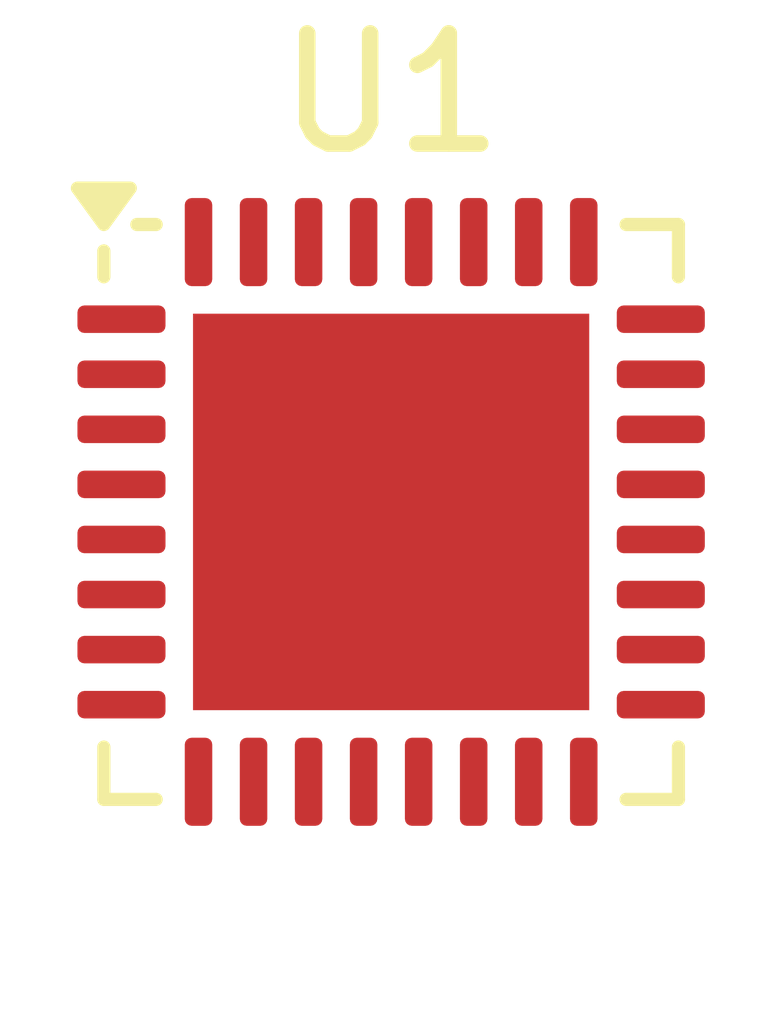
<source format=kicad_pcb>
(kicad_pcb (version 20241229) (generator "pcbnew") (generator_version "9.0")
  (layers (0 "F.Cu" signal) (2 "B.Cu" signal) (13 "F.Paste" user) (15 "B.Paste" user) (5 "F.SilkS" user "F.Silkscreen") (7 "B.SilkS" user "B.Silkscreen") (1 "F.Mask" user) (3 "B.Mask" user) (25 "Edge.Cuts" user))
  (net 0 "")
  (footprint "Package_DFN_QFN:QFN-32-1EP_5x5mm_P0.5mm_EP3.6x3.6mm" (layer "F.Cu") (at 155.05 78.75)
    (property "Reference" "U1" (at 0 -3.8 0) (layer "F.SilkS"))
    (property "Value" "nPM1300")
    (fp_line (start -2.61 -2.135) (end -2.61 -2.37) (stroke (width 0.12)) (layer "F.SilkS"))
    (fp_line (start -2.61 2.61) (end -2.61 2.135) (stroke (width 0.12)) (layer "F.SilkS"))
    (fp_line (start -2.135 -2.61) (end -2.31 -2.61) (stroke (width 0.12)) (layer "F.SilkS"))
    (fp_line (start -2.135 2.61) (end -2.61 2.61) (stroke (width 0.12)) (layer "F.SilkS"))
    (fp_line (start 2.135 -2.61) (end 2.61 -2.61) (stroke (width 0.12)) (layer "F.SilkS"))
    (fp_line (start 2.135 2.61) (end 2.61 2.61) (stroke (width 0.12)) (layer "F.SilkS"))
    (fp_line (start 2.61 -2.61) (end 2.61 -2.135) (stroke (width 0.12)) (layer "F.SilkS"))
    (fp_line (start 2.61 2.61) (end 2.61 2.135) (stroke (width 0.12)) (layer "F.SilkS"))
    (fp_poly (pts (xy -2.61 -2.61) (xy -2.85 -2.94) (xy -2.37 -2.94)) (stroke (width 0.12)) (fill yes) (layer "F.SilkS"))
    (pad "1" smd roundrect (at -2.45 -1.75) (size 0.8 0.25) (layers "F.Cu" "F.Mask" "F.Paste"))
    (pad "2" smd roundrect (at -2.45 -1.25) (size 0.8 0.25) (layers "F.Cu" "F.Mask" "F.Paste"))
    (pad "3" smd roundrect (at -2.45 -0.75) (size 0.8 0.25) (layers "F.Cu" "F.Mask" "F.Paste"))
    (pad "4" smd roundrect (at -2.45 -0.25) (size 0.8 0.25) (layers "F.Cu" "F.Mask" "F.Paste"))
    (pad "5" smd roundrect (at -2.45 0.25) (size 0.8 0.25) (layers "F.Cu" "F.Mask" "F.Paste"))
    (pad "6" smd roundrect (at -2.45 0.75) (size 0.8 0.25) (layers "F.Cu" "F.Mask" "F.Paste"))
    (pad "7" smd roundrect (at -2.45 1.25) (size 0.8 0.25) (layers "F.Cu" "F.Mask" "F.Paste"))
    (pad "8" smd roundrect (at -2.45 1.75) (size 0.8 0.25) (layers "F.Cu" "F.Mask" "F.Paste"))
    (pad "9" smd roundrect (at -1.75 2.45) (size 0.25 0.8) (layers "F.Cu" "F.Mask" "F.Paste"))
    (pad "10" smd roundrect (at -1.25 2.45) (size 0.25 0.8) (layers "F.Cu" "F.Mask" "F.Paste"))
    (pad "11" smd roundrect (at -0.75 2.45) (size 0.25 0.8) (layers "F.Cu" "F.Mask" "F.Paste"))
    (pad "12" smd roundrect (at -0.25 2.45) (size 0.25 0.8) (layers "F.Cu" "F.Mask" "F.Paste"))
    (pad "13" smd roundrect (at 0.25 2.45) (size 0.25 0.8) (layers "F.Cu" "F.Mask" "F.Paste"))
    (pad "14" smd roundrect (at 0.75 2.45) (size 0.25 0.8) (layers "F.Cu" "F.Mask" "F.Paste"))
    (pad "15" smd roundrect (at 1.25 2.45) (size 0.25 0.8) (layers "F.Cu" "F.Mask" "F.Paste"))
    (pad "16" smd roundrect (at 1.75 2.45) (size 0.25 0.8) (layers "F.Cu" "F.Mask" "F.Paste"))
    (pad "17" smd roundrect (at 2.45 1.75) (size 0.8 0.25) (layers "F.Cu" "F.Mask" "F.Paste"))
    (pad "18" smd roundrect (at 2.45 1.25) (size 0.8 0.25) (layers "F.Cu" "F.Mask" "F.Paste"))
    (pad "19" smd roundrect (at 2.45 0.75) (size 0.8 0.25) (layers "F.Cu" "F.Mask" "F.Paste"))
    (pad "20" smd roundrect (at 2.45 0.25) (size 0.8 0.25) (layers "F.Cu" "F.Mask" "F.Paste"))
    (pad "21" smd roundrect (at 2.45 -0.25) (size 0.8 0.25) (layers "F.Cu" "F.Mask" "F.Paste"))
    (pad "22" smd roundrect (at 2.45 -0.75) (size 0.8 0.25) (layers "F.Cu" "F.Mask" "F.Paste"))
    (pad "23" smd roundrect (at 2.45 -1.25) (size 0.8 0.25) (layers "F.Cu" "F.Mask" "F.Paste"))
    (pad "24" smd roundrect (at 2.45 -1.75) (size 0.8 0.25) (layers "F.Cu" "F.Mask" "F.Paste"))
    (pad "25" smd roundrect (at 1.75 -2.45) (size 0.25 0.8) (layers "F.Cu" "F.Mask" "F.Paste"))
    (pad "26" smd roundrect (at 1.25 -2.45) (size 0.25 0.8) (layers "F.Cu" "F.Mask" "F.Paste"))
    (pad "27" smd roundrect (at 0.75 -2.45) (size 0.25 0.8) (layers "F.Cu" "F.Mask" "F.Paste"))
    (pad "28" smd roundrect (at 0.25 -2.45) (size 0.25 0.8) (layers "F.Cu" "F.Mask" "F.Paste"))
    (pad "29" smd roundrect (at -0.25 -2.45) (size 0.25 0.8) (layers "F.Cu" "F.Mask" "F.Paste"))
    (pad "30" smd roundrect (at -0.75 -2.45) (size 0.25 0.8) (layers "F.Cu" "F.Mask" "F.Paste"))
    (pad "31" smd roundrect (at -1.25 -2.45) (size 0.25 0.8) (layers "F.Cu" "F.Mask" "F.Paste"))
    (pad "32" smd roundrect (at -1.75 -2.45) (size 0.25 0.8) (layers "F.Cu" "F.Mask" "F.Paste"))
    (pad "33" smd rect (at 0 0) (size 3.6 3.6) (property pad_prop_heatsink) (layers "F.Cu" "F.Mask"))
  )
)
</source>
